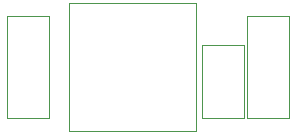
<source format=gbr>
G04 #@! TF.GenerationSoftware,KiCad,Pcbnew,(5.1.4-0-10_14)*
G04 #@! TF.CreationDate,2022-05-27T17:01:38+02:00*
G04 #@! TF.ProjectId,newtrimmer,6e657774-7269-46d6-9d65-722e6b696361,rev?*
G04 #@! TF.SameCoordinates,Original*
G04 #@! TF.FileFunction,Other,User*
%FSLAX46Y46*%
G04 Gerber Fmt 4.6, Leading zero omitted, Abs format (unit mm)*
G04 Created by KiCad (PCBNEW (5.1.4-0-10_14)) date 2022-05-27 17:01:38*
%MOMM*%
%LPD*%
G04 APERTURE LIST*
%ADD10C,0.050000*%
G04 APERTURE END LIST*
D10*
X75460000Y-84590000D02*
X75460000Y-93240000D01*
X71910000Y-84590000D02*
X75460000Y-84590000D01*
X71910000Y-93240000D02*
X71910000Y-84590000D01*
X75460000Y-93240000D02*
X71910000Y-93240000D01*
X95780000Y-93240000D02*
X92230000Y-93240000D01*
X92230000Y-93240000D02*
X92230000Y-84590000D01*
X92230000Y-84590000D02*
X95780000Y-84590000D01*
X95780000Y-84590000D02*
X95780000Y-93240000D01*
X77110000Y-83540000D02*
X77110000Y-94390000D01*
X77110000Y-94390000D02*
X87910000Y-94390000D01*
X87910000Y-94390000D02*
X87910000Y-83540000D01*
X87910000Y-83540000D02*
X77110000Y-83540000D01*
X91970000Y-93240000D02*
X91970000Y-87090000D01*
X91970000Y-87090000D02*
X88370000Y-87090000D01*
X88370000Y-87090000D02*
X88370000Y-93240000D01*
X88370000Y-93240000D02*
X91970000Y-93240000D01*
M02*

</source>
